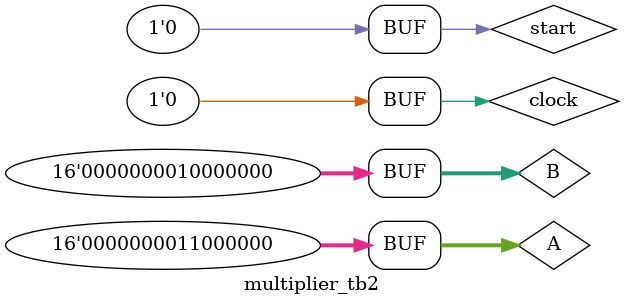
<source format=sv>
`timescale 1ns/1ns
module multiplier_tb2();

    logic clock,start,ready;
    logic [31:0] P;
    logic[15:0] A,B;
    shift_add_multiplier #(16) dc(clock,start,A,B,P,ready);
    initial begin
        clock=0;
        start=0;
    end
    initial begin
    repeat(400) #5 clock=~clock;
    end
    initial begin
        #2
        start=1;
        A=1512;
        B=201;
        #20
        start=0;
        #100
        start=1;
        A=207;
        B=810;
        #20
        start=0;
        #100
        start=1;
        A=2000;
        B=660;
        #20
        start=0;
        #100
        start=1;
        A=199;
        B=1120;
        #20
        start=0;
        #100
        start=1;
        A=5000;
        B=500;
        #20
        start=0;
        #100
        start=1;
        A=192;
        B=128;
        #20
        start=0;

    end
endmodule
</source>
